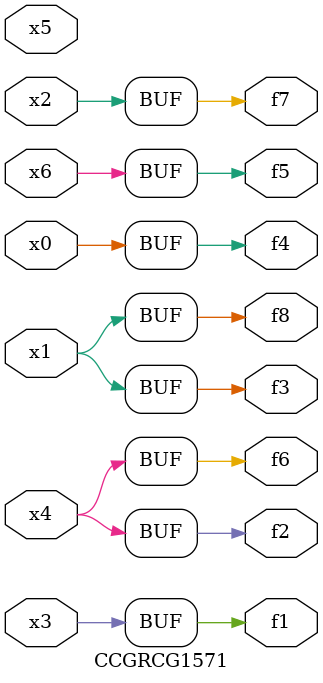
<source format=v>
module CCGRCG1571(
	input x0, x1, x2, x3, x4, x5, x6,
	output f1, f2, f3, f4, f5, f6, f7, f8
);
	assign f1 = x3;
	assign f2 = x4;
	assign f3 = x1;
	assign f4 = x0;
	assign f5 = x6;
	assign f6 = x4;
	assign f7 = x2;
	assign f8 = x1;
endmodule

</source>
